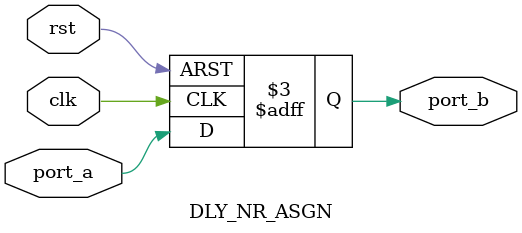
<source format=v>
module DLY_NR_ASGN (clk, rst, port_a, port_b);
   input clk;
   input rst;
   input port_a;
   output port_b;
   reg port_b;
   always @ (posedge clk or negedge rst)
   if (!rst)
   port_b <= #1 1'b0;
   else
   port_b<= #1 port_a;
endmodule

</source>
